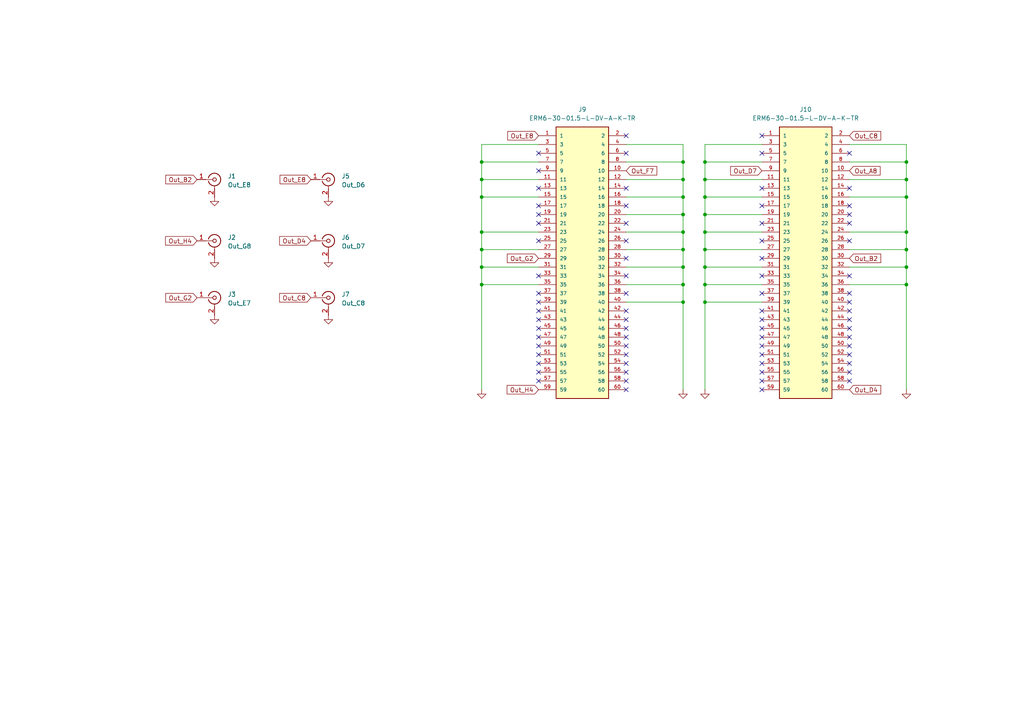
<source format=kicad_sch>
(kicad_sch (version 20250114) (generator "eeschema") (generator_version "9.0")
  (paper "A4")
  (title_block (title "FARICH SMA Adapter") (date "2025-05-15") (rev "0"))
  (lib_symbols
    (symbol "0_lib:ERM6-30-01.5-L-DV-A-K-TR" (pin_names (offset 1.016))
      (property "Reference" "J10" (at 0 43.18 0))
      (property "Value" "ERM6-30-01.5-L-DV-A-K-TR" (at 0 40.64 0))
      (symbol "ERM6-30-01.5-L-DV-A-K-TR_0_0"
        (rectangle (start -7.62 -40.64) (end 7.62 38.1) (stroke (width 0.254)) (fill (type background)))
        (pin passive line (at -12.7 22.86 0) (length 5.08) (name "11") (number "11"))
        (pin passive line (at -12.7 20.32 0) (length 5.08) (name "13") (number "13"))
        (pin passive line (at -12.7 17.78 0) (length 5.08) (name "15") (number "15"))
        (pin passive line (at -12.7 15.24 0) (length 5.08) (name "17") (number "17"))
        (pin passive line (at -12.7 12.7 0) (length 5.08) (name "19") (number "19"))
        (pin passive line (at -12.7 10.16 0) (length 5.08) (name "21") (number "21"))
        (pin passive line (at -12.7 7.62 0) (length 5.08) (name "23") (number "23"))
        (pin passive line (at -12.7 5.08 0) (length 5.08) (name "25") (number "25"))
        (pin passive line (at -12.7 2.54 0) (length 5.08) (name "27") (number "27"))
        (pin passive line (at -12.7 0 0) (length 5.08) (name "29") (number "29"))
        (pin passive line (at -12.7 -2.54 0) (length 5.08) (name "31") (number "31"))
        (pin passive line (at -12.7 -5.08 0) (length 5.08) (name "33") (number "33"))
        (pin passive line (at -12.7 -7.62 0) (length 5.08) (name "35") (number "35"))
        (pin passive line (at -12.7 -10.16 0) (length 5.08) (name "37") (number "37"))
        (pin passive line (at -12.7 -12.7 0) (length 5.08) (name "39") (number "39"))
        (pin passive line (at -12.7 -15.24 0) (length 5.08) (name "41") (number "41"))
        (pin passive line (at -12.7 -17.78 0) (length 5.08) (name "43") (number "43"))
        (pin passive line (at -12.7 -20.32 0) (length 5.08) (name "45") (number "45"))
        (pin passive line (at -12.7 -22.86 0) (length 5.08) (name "47") (number "47"))
        (pin passive line (at -12.7 -25.4 0) (length 5.08) (name "49") (number "49"))
        (pin passive line (at -12.7 -27.94 0) (length 5.08) (name "51") (number "51"))
        (pin passive line (at -12.7 -30.48 0) (length 5.08) (name "53") (number "53"))
        (pin passive line (at -12.7 -33.02 0) (length 5.08) (name "55") (number "55"))
        (pin passive line (at -12.7 -35.56 0) (length 5.08) (name "57") (number "57"))
        (pin passive line (at -12.7 -38.1 0) (length 5.08) (name "59") (number "59"))
        (pin passive line (at 12.7 25.4 180) (length 5.08) (name "10") (number "10"))
        (pin passive line (at 12.7 22.86 180) (length 5.08) (name "12") (number "12"))
        (pin passive line (at 12.7 20.32 180) (length 5.08) (name "14") (number "14"))
        (pin passive line (at 12.7 17.78 180) (length 5.08) (name "16") (number "16"))
        (pin passive line (at 12.7 15.24 180) (length 5.08) (name "18") (number "18"))
        (pin passive line (at 12.7 12.7 180) (length 5.08) (name "20") (number "20"))
        (pin passive line (at 12.7 10.16 180) (length 5.08) (name "22") (number "22"))
        (pin passive line (at 12.7 7.62 180) (length 5.08) (name "24") (number "24"))
        (pin passive line (at 12.7 5.08 180) (length 5.08) (name "26") (number "26"))
        (pin passive line (at 12.7 2.54 180) (length 5.08) (name "28") (number "28"))
        (pin passive line (at 12.7 0 180) (length 5.08) (name "30") (number "30"))
        (pin passive line (at 12.7 -2.54 180) (length 5.08) (name "32") (number "32"))
        (pin passive line (at 12.7 -5.08 180) (length 5.08) (name "34") (number "34"))
        (pin passive line (at 12.7 -7.62 180) (length 5.08) (name "36") (number "36"))
        (pin passive line (at 12.7 -10.16 180) (length 5.08) (name "38") (number "38"))
        (pin passive line (at 12.7 -12.7 180) (length 5.08) (name "40") (number "40"))
        (pin passive line (at 12.7 -15.24 180) (length 5.08) (name "42") (number "42"))
        (pin passive line (at 12.7 -17.78 180) (length 5.08) (name "44") (number "44"))
        (pin passive line (at 12.7 -20.32 180) (length 5.08) (name "46") (number "46"))
        (pin passive line (at 12.7 -22.86 180) (length 5.08) (name "48") (number "48"))
        (pin passive line (at 12.7 -25.4 180) (length 5.08) (name "50") (number "50"))
        (pin passive line (at 12.7 -27.94 180) (length 5.08) (name "52") (number "52"))
        (pin passive line (at 12.7 -30.48 180) (length 5.08) (name "54") (number "54"))
        (pin passive line (at 12.7 -33.02 180) (length 5.08) (name "56") (number "56"))
        (pin passive line (at 12.7 -35.56 180) (length 5.08) (name "58") (number "58"))
        (pin passive line (at 12.7 -38.1 180) (length 5.08) (name "60") (number "60"))
      )
      (symbol "ERM6-30-01.5-L-DV-A-K-TR_1_0"
        (pin passive line (at -12.7 35.56 0) (length 5.08) (name "1") (number "1"))
        (pin passive line (at -12.7 33.02 0) (length 5.08) (name "3") (number "3"))
        (pin passive line (at -12.7 30.48 0) (length 5.08) (name "5") (number "5"))
        (pin passive line (at -12.7 27.94 0) (length 5.08) (name "7") (number "7"))
        (pin passive line (at -12.7 25.4 0) (length 5.08) (name "9") (number "9"))
        (pin passive line (at 12.7 35.56 180) (length 5.08) (name "2") (number "2"))
        (pin passive line (at 12.7 33.02 180) (length 5.08) (name "4") (number "4"))
        (pin passive line (at 12.7 30.48 180) (length 5.08) (name "6") (number "6"))
        (pin passive line (at 12.7 27.94 180) (length 5.08) (name "8") (number "8"))
      )
    )
    (symbol "Connector:Conn_Coaxial" (pin_names (offset 1.016) (hide yes))
      (property "Reference" "J" (at 0.254 3.048 0))
      (property "Value" "Conn_Coaxial" (at 2.921 0 90))
      (symbol "Conn_Coaxial_0_1"
        (polyline (pts (xy -2.54 0) (xy -0.508 0)))
        (arc (start 1.778 0) (mid 0.222 -1.8079) (end -1.778 -0.508) (stroke (width 0.254)))
        (arc (start -1.778 0.508) (mid 0.2221 1.8084) (end 1.778 0) (stroke (width 0.254)))
        (circle (center 0 0) (radius 0.508) (stroke (width 0.2032)))
        (polyline (pts (xy 0 -2.54) (xy 0 -1.778)))
      )
      (symbol "Conn_Coaxial_1_1"
        (pin passive line (at -5.08 0 0) (length 2.54) (name "In") (number "1"))
        (pin passive line (at 0 -5.08 90) (length 2.54) (name "Ext") (number "2"))
      )
    )
    (symbol "ERM6-30-01.5-L-DV-A-K-TR_1" (pin_names (offset 1.016))
      (property "Reference" "J9" (at 0 43.18 0))
      (property "Value" "ERM6-30-01.5-L-DV-A-K-TR" (at 0 40.64 0))
      (symbol "ERM6-30-01.5-L-DV-A-K-TR_1_0_0"
        (rectangle (start -7.62 -40.64) (end 7.62 38.1) (stroke (width 0.254)) (fill (type background)))
        (pin passive line (at -12.7 22.86 0) (length 5.08) (name "11") (number "11"))
        (pin passive line (at -12.7 20.32 0) (length 5.08) (name "13") (number "13"))
        (pin passive line (at -12.7 17.78 0) (length 5.08) (name "15") (number "15"))
        (pin passive line (at -12.7 15.24 0) (length 5.08) (name "17") (number "17"))
        (pin passive line (at -12.7 12.7 0) (length 5.08) (name "19") (number "19"))
        (pin passive line (at -12.7 10.16 0) (length 5.08) (name "21") (number "21"))
        (pin passive line (at -12.7 7.62 0) (length 5.08) (name "23") (number "23"))
        (pin passive line (at -12.7 5.08 0) (length 5.08) (name "25") (number "25"))
        (pin passive line (at -12.7 2.54 0) (length 5.08) (name "27") (number "27"))
        (pin passive line (at -12.7 0 0) (length 5.08) (name "29") (number "29"))
        (pin passive line (at -12.7 -2.54 0) (length 5.08) (name "31") (number "31"))
        (pin passive line (at -12.7 -5.08 0) (length 5.08) (name "33") (number "33"))
        (pin passive line (at -12.7 -7.62 0) (length 5.08) (name "35") (number "35"))
        (pin passive line (at -12.7 -10.16 0) (length 5.08) (name "37") (number "37"))
        (pin passive line (at -12.7 -12.7 0) (length 5.08) (name "39") (number "39"))
        (pin passive line (at -12.7 -15.24 0) (length 5.08) (name "41") (number "41"))
        (pin passive line (at -12.7 -17.78 0) (length 5.08) (name "43") (number "43"))
        (pin passive line (at -12.7 -20.32 0) (length 5.08) (name "45") (number "45"))
        (pin passive line (at -12.7 -22.86 0) (length 5.08) (name "47") (number "47"))
        (pin passive line (at -12.7 -25.4 0) (length 5.08) (name "49") (number "49"))
        (pin passive line (at -12.7 -27.94 0) (length 5.08) (name "51") (number "51"))
        (pin passive line (at -12.7 -30.48 0) (length 5.08) (name "53") (number "53"))
        (pin passive line (at -12.7 -33.02 0) (length 5.08) (name "55") (number "55"))
        (pin passive line (at -12.7 -35.56 0) (length 5.08) (name "57") (number "57"))
        (pin passive line (at -12.7 -38.1 0) (length 5.08) (name "59") (number "59"))
        (pin passive line (at 12.7 25.4 180) (length 5.08) (name "10") (number "10"))
        (pin passive line (at 12.7 22.86 180) (length 5.08) (name "12") (number "12"))
        (pin passive line (at 12.7 20.32 180) (length 5.08) (name "14") (number "14"))
        (pin passive line (at 12.7 17.78 180) (length 5.08) (name "16") (number "16"))
        (pin passive line (at 12.7 15.24 180) (length 5.08) (name "18") (number "18"))
        (pin passive line (at 12.7 12.7 180) (length 5.08) (name "20") (number "20"))
        (pin passive line (at 12.7 10.16 180) (length 5.08) (name "22") (number "22"))
        (pin passive line (at 12.7 7.62 180) (length 5.08) (name "24") (number "24"))
        (pin passive line (at 12.7 5.08 180) (length 5.08) (name "26") (number "26"))
        (pin passive line (at 12.7 2.54 180) (length 5.08) (name "28") (number "28"))
        (pin passive line (at 12.7 0 180) (length 5.08) (name "30") (number "30"))
        (pin passive line (at 12.7 -2.54 180) (length 5.08) (name "32") (number "32"))
        (pin passive line (at 12.7 -5.08 180) (length 5.08) (name "34") (number "34"))
        (pin passive line (at 12.7 -7.62 180) (length 5.08) (name "36") (number "36"))
        (pin passive line (at 12.7 -10.16 180) (length 5.08) (name "38") (number "38"))
        (pin passive line (at 12.7 -12.7 180) (length 5.08) (name "40") (number "40"))
        (pin passive line (at 12.7 -15.24 180) (length 5.08) (name "42") (number "42"))
        (pin passive line (at 12.7 -17.78 180) (length 5.08) (name "44") (number "44"))
        (pin passive line (at 12.7 -20.32 180) (length 5.08) (name "46") (number "46"))
        (pin passive line (at 12.7 -22.86 180) (length 5.08) (name "48") (number "48"))
        (pin passive line (at 12.7 -25.4 180) (length 5.08) (name "50") (number "50"))
        (pin passive line (at 12.7 -27.94 180) (length 5.08) (name "52") (number "52"))
        (pin passive line (at 12.7 -30.48 180) (length 5.08) (name "54") (number "54"))
        (pin passive line (at 12.7 -33.02 180) (length 5.08) (name "56") (number "56"))
        (pin passive line (at 12.7 -35.56 180) (length 5.08) (name "58") (number "58"))
        (pin passive line (at 12.7 -38.1 180) (length 5.08) (name "60") (number "60"))
      )
      (symbol "ERM6-30-01.5-L-DV-A-K-TR_1_1_0"
        (pin passive line (at -12.7 35.56 0) (length 5.08) (name "1") (number "1"))
        (pin passive line (at -12.7 33.02 0) (length 5.08) (name "3") (number "3"))
        (pin passive line (at -12.7 30.48 0) (length 5.08) (name "5") (number "5"))
        (pin passive line (at -12.7 27.94 0) (length 5.08) (name "7") (number "7"))
        (pin passive line (at -12.7 25.4 0) (length 5.08) (name "9") (number "9"))
        (pin passive line (at 12.7 35.56 180) (length 5.08) (name "2") (number "2"))
        (pin passive line (at 12.7 33.02 180) (length 5.08) (name "4") (number "4"))
        (pin passive line (at 12.7 30.48 180) (length 5.08) (name "6") (number "6"))
        (pin passive line (at 12.7 27.94 180) (length 5.08) (name "8") (number "8"))
      )
    )
    (symbol "power:GND" (power) (pin_numbers (hide yes)) (pin_names (offset 0) (hide yes))
      (property "Value" "GND" (at 0 -3.81 0))
      (symbol "GND_0_1"
        (polyline (pts (xy 0 0) (xy 0 -1.27) (xy 1.27 -1.27) (xy 0 -2.54) (xy -1.27 -1.27) (xy 0 -1.27)))
      )
      (symbol "GND_1_1"
        (pin power_in line (at 0 0 270) (length 0) (name "~") (number "1"))
      )
    )
  )
  (junction (at 204.47 52.07))
  (junction (at 139.7 52.07))
  (junction (at 198.12 52.07))
  (junction (at 204.47 77.47))
  (junction (at 262.89 57.15))
  (junction (at 262.89 72.39))
  (junction (at 198.12 57.15))
  (junction (at 198.12 82.55))
  (junction (at 198.12 46.99))
  (junction (at 139.7 77.47))
  (junction (at 204.47 62.23))
  (junction (at 139.7 57.15))
  (junction (at 262.89 46.99))
  (junction (at 204.47 72.39))
  (junction (at 262.89 77.47))
  (junction (at 262.89 52.07))
  (junction (at 204.47 67.31))
  (junction (at 204.47 57.15))
  (junction (at 204.47 82.55))
  (junction (at 139.7 72.39))
  (junction (at 139.7 82.55))
  (junction (at 198.12 67.31))
  (junction (at 198.12 77.47))
  (junction (at 198.12 62.23))
  (junction (at 198.12 87.63))
  (junction (at 262.89 82.55))
  (junction (at 139.7 46.99))
  (junction (at 139.7 67.31))
  (junction (at 262.89 67.31))
  (junction (at 204.47 46.99))
  (junction (at 204.47 87.63))
  (junction (at 198.12 72.39))
  (no_connect (at 220.98 90.17))
  (no_connect (at 246.38 54.61))
  (no_connect (at 156.21 110.49))
  (no_connect (at 246.38 69.85))
  (no_connect (at 181.61 69.85))
  (no_connect (at 156.21 87.63))
  (no_connect (at 181.61 39.37))
  (no_connect (at 181.61 92.71))
  (no_connect (at 156.21 107.95))
  (no_connect (at 156.21 64.77))
  (no_connect (at 246.38 62.23))
  (no_connect (at 246.38 90.17))
  (no_connect (at 246.38 97.79))
  (no_connect (at 246.38 105.41))
  (no_connect (at 220.98 69.85))
  (no_connect (at 246.38 85.09))
  (no_connect (at 156.21 92.71))
  (no_connect (at 220.98 105.41))
  (no_connect (at 156.21 100.33))
  (no_connect (at 156.21 69.85))
  (no_connect (at 181.61 100.33))
  (no_connect (at 246.38 44.45))
  (no_connect (at 246.38 87.63))
  (no_connect (at 220.98 95.25))
  (no_connect (at 181.61 102.87))
  (no_connect (at 181.61 105.41))
  (no_connect (at 181.61 95.25))
  (no_connect (at 181.61 64.77))
  (no_connect (at 246.38 64.77))
  (no_connect (at 220.98 74.93))
  (no_connect (at 156.21 44.45))
  (no_connect (at 220.98 100.33))
  (no_connect (at 156.21 80.01))
  (no_connect (at 181.61 85.09))
  (no_connect (at 156.21 85.09))
  (no_connect (at 220.98 80.01))
  (no_connect (at 156.21 102.87))
  (no_connect (at 220.98 64.77))
  (no_connect (at 181.61 74.93))
  (no_connect (at 220.98 102.87))
  (no_connect (at 156.21 62.23))
  (no_connect (at 220.98 113.03))
  (no_connect (at 220.98 97.79))
  (no_connect (at 181.61 107.95))
  (no_connect (at 220.98 110.49))
  (no_connect (at 156.21 97.79))
  (no_connect (at 220.98 92.71))
  (no_connect (at 156.21 59.69))
  (no_connect (at 220.98 39.37))
  (no_connect (at 246.38 107.95))
  (no_connect (at 246.38 95.25))
  (no_connect (at 220.98 107.95))
  (no_connect (at 220.98 85.09))
  (no_connect (at 156.21 49.53))
  (no_connect (at 181.61 97.79))
  (no_connect (at 246.38 110.49))
  (no_connect (at 156.21 95.25))
  (no_connect (at 181.61 80.01))
  (no_connect (at 181.61 44.45))
  (no_connect (at 181.61 90.17))
  (no_connect (at 246.38 102.87))
  (no_connect (at 181.61 59.69))
  (no_connect (at 220.98 54.61))
  (no_connect (at 246.38 59.69))
  (no_connect (at 220.98 59.69))
  (no_connect (at 181.61 113.03))
  (no_connect (at 181.61 110.49))
  (no_connect (at 156.21 90.17))
  (no_connect (at 220.98 44.45))
  (no_connect (at 246.38 80.01))
  (no_connect (at 181.61 54.61))
  (no_connect (at 246.38 100.33))
  (no_connect (at 246.38 92.71))
  (no_connect (at 156.21 105.41))
  (no_connect (at 156.21 54.61))
  (wire (pts (xy 181.61 41.91) (xy 198.12 41.91)))
  (wire (pts (xy 246.38 41.91) (xy 262.89 41.91)))
  (wire (pts (xy 139.7 67.31) (xy 139.7 72.39)))
  (wire (pts (xy 262.89 52.07) (xy 246.38 52.07)))
  (wire (pts (xy 220.98 52.07) (xy 204.47 52.07)))
  (wire (pts (xy 246.38 72.39) (xy 262.89 72.39)))
  (wire (pts (xy 262.89 72.39) (xy 262.89 77.47)))
  (wire (pts (xy 139.7 77.47) (xy 139.7 82.55)))
  (wire (pts (xy 204.47 57.15) (xy 204.47 62.23)))
  (wire (pts (xy 204.47 41.91) (xy 204.47 46.99)))
  (wire (pts (xy 262.89 67.31) (xy 262.89 72.39)))
  (wire (pts (xy 181.61 82.55) (xy 198.12 82.55)))
  (wire (pts (xy 204.47 52.07) (xy 204.47 57.15)))
  (wire (pts (xy 198.12 82.55) (xy 198.12 87.63)))
  (wire (pts (xy 181.61 72.39) (xy 198.12 72.39)))
  (wire (pts (xy 139.7 46.99) (xy 139.7 52.07)))
  (wire (pts (xy 204.47 82.55) (xy 204.47 87.63)))
  (wire (pts (xy 198.12 52.07) (xy 198.12 57.15)))
  (wire (pts (xy 139.7 52.07) (xy 156.21 52.07)))
  (wire (pts (xy 262.89 77.47) (xy 262.89 82.55)))
  (wire (pts (xy 198.12 62.23) (xy 198.12 67.31)))
  (wire (pts (xy 220.98 57.15) (xy 204.47 57.15)))
  (wire (pts (xy 139.7 41.91) (xy 139.7 46.99)))
  (wire (pts (xy 204.47 46.99) (xy 204.47 52.07)))
  (wire (pts (xy 181.61 62.23) (xy 198.12 62.23)))
  (wire (pts (xy 156.21 41.91) (xy 139.7 41.91)))
  (wire (pts (xy 198.12 46.99) (xy 198.12 52.07)))
  (wire (pts (xy 262.89 57.15) (xy 262.89 67.31)))
  (wire (pts (xy 262.89 52.07) (xy 262.89 57.15)))
  (wire (pts (xy 204.47 77.47) (xy 204.47 82.55)))
  (wire (pts (xy 181.61 52.07) (xy 198.12 52.07)))
  (wire (pts (xy 220.98 82.55) (xy 204.47 82.55)))
  (wire (pts (xy 198.12 41.91) (xy 198.12 46.99)))
  (wire (pts (xy 204.47 87.63) (xy 204.47 113.03)))
  (wire (pts (xy 220.98 62.23) (xy 204.47 62.23)))
  (wire (pts (xy 139.7 67.31) (xy 156.21 67.31)))
  (wire (pts (xy 204.47 62.23) (xy 204.47 67.31)))
  (wire (pts (xy 204.47 72.39) (xy 204.47 77.47)))
  (wire (pts (xy 220.98 41.91) (xy 204.47 41.91)))
  (wire (pts (xy 198.12 67.31) (xy 198.12 72.39)))
  (wire (pts (xy 156.21 72.39) (xy 139.7 72.39)))
  (wire (pts (xy 139.7 77.47) (xy 156.21 77.47)))
  (wire (pts (xy 262.89 77.47) (xy 246.38 77.47)))
  (wire (pts (xy 139.7 82.55) (xy 139.7 113.03)))
  (wire (pts (xy 262.89 82.55) (xy 246.38 82.55)))
  (wire (pts (xy 220.98 72.39) (xy 204.47 72.39)))
  (wire (pts (xy 198.12 57.15) (xy 198.12 62.23)))
  (wire (pts (xy 220.98 46.99) (xy 204.47 46.99)))
  (wire (pts (xy 139.7 52.07) (xy 139.7 57.15)))
  (wire (pts (xy 139.7 46.99) (xy 156.21 46.99)))
  (wire (pts (xy 262.89 57.15) (xy 246.38 57.15)))
  (wire (pts (xy 204.47 67.31) (xy 204.47 72.39)))
  (wire (pts (xy 181.61 46.99) (xy 198.12 46.99)))
  (wire (pts (xy 220.98 87.63) (xy 204.47 87.63)))
  (wire (pts (xy 181.61 57.15) (xy 198.12 57.15)))
  (wire (pts (xy 220.98 67.31) (xy 204.47 67.31)))
  (wire (pts (xy 181.61 87.63) (xy 198.12 87.63)))
  (wire (pts (xy 220.98 77.47) (xy 204.47 77.47)))
  (wire (pts (xy 198.12 87.63) (xy 198.12 113.03)))
  (wire (pts (xy 262.89 82.55) (xy 262.89 113.03)))
  (wire (pts (xy 262.89 67.31) (xy 246.38 67.31)))
  (wire (pts (xy 181.61 67.31) (xy 198.12 67.31)))
  (wire (pts (xy 139.7 57.15) (xy 139.7 67.31)))
  (wire (pts (xy 139.7 72.39) (xy 139.7 77.47)))
  (wire (pts (xy 262.89 46.99) (xy 246.38 46.99)))
  (wire (pts (xy 139.7 82.55) (xy 156.21 82.55)))
  (wire (pts (xy 198.12 77.47) (xy 198.12 82.55)))
  (wire (pts (xy 262.89 41.91) (xy 262.89 46.99)))
  (wire (pts (xy 139.7 57.15) (xy 156.21 57.15)))
  (wire (pts (xy 198.12 72.39) (xy 198.12 77.47)))
  (wire (pts (xy 262.89 46.99) (xy 262.89 52.07)))
  (wire (pts (xy 181.61 77.47) (xy 198.12 77.47)))
  (global_label "Out_A8" (shape input) (at 246.38 49.53 0) (property "Intersheetrefs" "${INTERSHEET_REFS}" (effects (hide yes))))
  (global_label "Out_H4" (shape input) (at 57.15 69.85 180) (property "Intersheetrefs" "${INTERSHEET_REFS}" (effects (hide yes))))
  (global_label "Out_C8" (shape input) (at 246.38 39.37 0) (property "Intersheetrefs" "${INTERSHEET_REFS}" (effects (hide yes))))
  (global_label "Out_C8" (shape input) (at 90.17 86.36 180) (property "Intersheetrefs" "${INTERSHEET_REFS}" (effects (hide yes))))
  (global_label "Out_B2" (shape input) (at 57.15 52.07 180) (property "Intersheetrefs" "${INTERSHEET_REFS}" (effects (hide yes))))
  (global_label "Out_D7" (shape input) (at 220.98 49.53 180) (property "Intersheetrefs" "${INTERSHEET_REFS}" (effects (hide yes))))
  (global_label "Out_F7" (shape input) (at 181.61 49.53 0) (property "Intersheetrefs" "${INTERSHEET_REFS}" (effects (hide yes))))
  (global_label "Out_D4" (shape input) (at 90.17 69.85 180) (property "Intersheetrefs" "${INTERSHEET_REFS}" (effects (hide yes))))
  (global_label "Out_H4" (shape input) (at 156.21 113.03 180) (property "Intersheetrefs" "${INTERSHEET_REFS}" (effects (hide yes))))
  (global_label "Out_G2" (shape input) (at 57.15 86.36 180) (property "Intersheetrefs" "${INTERSHEET_REFS}" (effects (hide yes))))
  (global_label "Out_B2" (shape input) (at 246.38 74.93 0) (property "Intersheetrefs" "${INTERSHEET_REFS}" (effects (hide yes))))
  (global_label "Out_E8" (shape input) (at 90.17 52.07 180) (property "Intersheetrefs" "${INTERSHEET_REFS}" (effects (hide yes))))
  (global_label "Out_G2" (shape input) (at 156.21 74.93 180) (property "Intersheetrefs" "${INTERSHEET_REFS}" (effects (hide yes))))
  (global_label "Out_E8" (shape input) (at 156.21 39.37 180) (property "Intersheetrefs" "${INTERSHEET_REFS}" (effects (hide yes))))
  (global_label "Out_D4" (shape input) (at 246.38 113.03 0) (property "Intersheetrefs" "${INTERSHEET_REFS}" (effects (hide yes))))
  (symbol (lib_id "power:GND") (at 139.7 113.03 0) (unit 1)
    (property "Reference" "#PWR09" (effects (hide yes)))
    (property "Value" "GND" (effects (hide yes)))
    (property "Description" "Power symbol creates a global label with name \"GND\" , ground" (effects (hide yes)))
  )
  (symbol (lib_id "Connector:Conn_Coaxial") (at 95.25 69.85 0) (unit 1)
    (property "Reference" "J6" (at 99.06 68.8731 0) (effects (justify left)))
    (property "Value" "Out_D7" (at 99.06 71.4131 0) (effects (justify left)))
    (property "Footprint" "Connector_Coaxial:SMA_Amphenol_132134-11_Vertical" (effects (hide yes)))
    (property "Description" "coaxial connector (BNC, SMA, SMB, SMC, Cinch/RCA, LEMO, ...)" (effects (hide yes)))
  )
  (symbol (lib_id "power:GND") (at 262.89 113.03 0) (mirror y) (unit 1)
    (property "Reference" "#PWR011" (effects (hide yes)))
    (property "Value" "GND" (effects (hide yes)))
    (property "Description" "Power symbol creates a global label with name \"GND\" , ground" (effects (hide yes)))
  )
  (symbol (lib_id "Connector:Conn_Coaxial") (at 95.25 86.36 0) (unit 1)
    (property "Reference" "J7" (at 99.06 85.3831 0) (effects (justify left)))
    (property "Value" "Out_C8" (at 99.06 87.9231 0) (effects (justify left)))
    (property "Footprint" "Connector_Coaxial:SMA_Amphenol_132134-11_Vertical" (effects (hide yes)))
    (property "Description" "coaxial connector (BNC, SMA, SMB, SMC, Cinch/RCA, LEMO, ...)" (effects (hide yes)))
  )
  (symbol (lib_id "Connector:Conn_Coaxial") (at 95.25 52.07 0) (unit 1)
    (property "Reference" "J5" (at 99.06 51.0931 0) (effects (justify left)))
    (property "Value" "Out_D6" (at 99.06 53.6331 0) (effects (justify left)))
    (property "Footprint" "Connector_Coaxial:SMA_Amphenol_132134-11_Vertical" (effects (hide yes)))
    (property "Description" "coaxial connector (BNC, SMA, SMB, SMC, Cinch/RCA, LEMO, ...)" (effects (hide yes)))
  )
  (symbol (lib_id "0_lib:ERM6-30-01.5-L-DV-A-K-TR") (at 233.68 74.93 0) (unit 1)
    (property "Reference" "J10" (at 233.68 31.75 0))
    (property "Value" "ERM6-30-01.5-L-DV-A-K-TR" (at 233.68 34.29 0))
    (property "Footprint" "0_lib:SAMTEC_ERM6-30-01.5-L-DV-A-K-TR" (effects (hide yes)))
    (property "MF" "Samtec" (effects (hide yes)))
    (property "MAXIMUM_PACKAGE_HEIGHT" "3.98mm" (effects (hide yes)))
    (property "Package" "None" (effects (hide yes)))
    (property "Price" "None" (effects (hide yes)))
    (property "Check_prices" "https://www.snapeda.com/parts/ERM6-30-01.5-L-DV-A-K-TR/Samtec/view-part/?ref=eda" (effects (hide yes)))
    (property "STANDARD" "Manufacturer Recommendations" (effects (hide yes)))
    (property "PARTREV" "C" (effects (hide yes)))
    (property "SnapEDA_Link" "https://www.snapeda.com/parts/ERM6-30-01.5-L-DV-A-K-TR/Samtec/view-part/?ref=snap" (effects (hide yes)))
    (property "MP" "ERM6-30-01.5-L-DV-A-K-TR" (effects (hide yes)))
    (property "Description_1" "60 Position Connector Header, Center Strip Contacts Surface Mount Gold" (effects (hide yes)))
    (property "Availability" "In Stock" (effects (hide yes)))
    (property "MANUFACTURER" "Samtec" (effects (hide yes)))
  )
  (symbol (lib_id "power:GND") (at 95.25 74.93 0) (unit 1)
    (property "Reference" "#PWR06" (effects (hide yes)))
    (property "Value" "GND" (effects (hide yes)))
    (property "Description" "Power symbol creates a global label with name \"GND\" , ground" (effects (hide yes)))
  )
  (symbol (lib_id "Connector:Conn_Coaxial") (at 62.23 69.85 0) (unit 1)
    (property "Reference" "J2" (at 66.04 68.8731 0) (effects (justify left)))
    (property "Value" "Out_G8" (at 66.04 71.4131 0) (effects (justify left)))
    (property "Footprint" "Connector_Coaxial:SMA_Amphenol_132134-11_Vertical" (effects (hide yes)))
    (property "Description" "coaxial connector (BNC, SMA, SMB, SMC, Cinch/RCA, LEMO, ...)" (effects (hide yes)))
  )
  (symbol (lib_id "power:GND") (at 204.47 113.03 0) (mirror y) (unit 1)
    (property "Reference" "#PWR012" (effects (hide yes)))
    (property "Value" "GND" (effects (hide yes)))
    (property "Description" "Power symbol creates a global label with name \"GND\" , ground" (effects (hide yes)))
  )
  (symbol (lib_id "power:GND") (at 62.23 91.44 0) (unit 1)
    (property "Reference" "#PWR03" (effects (hide yes)))
    (property "Value" "GND" (effects (hide yes)))
    (property "Description" "Power symbol creates a global label with name \"GND\" , ground" (effects (hide yes)))
  )
  (symbol (lib_name "ERM6-30-01.5-L-DV-A-K-TR_1") (lib_id "0_lib:ERM6-30-01.5-L-DV-A-K-TR") (at 168.91 74.93 0) (unit 1)
    (property "Reference" "J9" (at 168.91 31.75 0))
    (property "Value" "ERM6-30-01.5-L-DV-A-K-TR" (at 168.91 34.29 0))
    (property "Footprint" "0_lib:SAMTEC_ERM6-30-01.5-L-DV-A-K-TR" (effects (hide yes)))
    (property "MF" "Samtec" (effects (hide yes)))
    (property "MAXIMUM_PACKAGE_HEIGHT" "3.98mm" (effects (hide yes)))
    (property "Package" "None" (effects (hide yes)))
    (property "Price" "None" (effects (hide yes)))
    (property "Check_prices" "https://www.snapeda.com/parts/ERM6-30-01.5-L-DV-A-K-TR/Samtec/view-part/?ref=eda" (effects (hide yes)))
    (property "STANDARD" "Manufacturer Recommendations" (effects (hide yes)))
    (property "PARTREV" "C" (effects (hide yes)))
    (property "SnapEDA_Link" "https://www.snapeda.com/parts/ERM6-30-01.5-L-DV-A-K-TR/Samtec/view-part/?ref=snap" (effects (hide yes)))
    (property "MP" "ERM6-30-01.5-L-DV-A-K-TR" (effects (hide yes)))
    (property "Description_1" "60 Position Connector Header, Center Strip Contacts Surface Mount Gold" (effects (hide yes)))
    (property "Availability" "In Stock" (effects (hide yes)))
    (property "MANUFACTURER" "Samtec" (effects (hide yes)))
  )
  (symbol (lib_id "power:GND") (at 95.25 57.15 0) (unit 1)
    (property "Reference" "#PWR05" (effects (hide yes)))
    (property "Value" "GND" (effects (hide yes)))
    (property "Description" "Power symbol creates a global label with name \"GND\" , ground" (effects (hide yes)))
  )
  (symbol (lib_id "power:GND") (at 62.23 57.15 0) (unit 1)
    (property "Reference" "#PWR01" (effects (hide yes)))
    (property "Value" "GND" (effects (hide yes)))
    (property "Description" "Power symbol creates a global label with name \"GND\" , ground" (effects (hide yes)))
  )
  (symbol (lib_id "power:GND") (at 198.12 113.03 0) (unit 1)
    (property "Reference" "#PWR010" (effects (hide yes)))
    (property "Value" "GND" (effects (hide yes)))
    (property "Description" "Power symbol creates a global label with name \"GND\" , ground" (effects (hide yes)))
  )
  (symbol (lib_id "Connector:Conn_Coaxial") (at 62.23 52.07 0) (unit 1)
    (property "Reference" "J1" (at 66.04 51.0931 0) (effects (justify left)))
    (property "Value" "Out_E8" (at 66.04 53.6331 0) (effects (justify left)))
    (property "Footprint" "Connector_Coaxial:SMA_Amphenol_132134-11_Vertical" (effects (hide yes)))
    (property "Description" "coaxial connector (BNC, SMA, SMB, SMC, Cinch/RCA, LEMO, ...)" (effects (hide yes)))
  )
  (symbol (lib_id "Connector:Conn_Coaxial") (at 62.23 86.36 0) (unit 1)
    (property "Reference" "J3" (at 66.04 85.3831 0) (effects (justify left)))
    (property "Value" "Out_E7" (at 66.04 87.9231 0) (effects (justify left)))
    (property "Footprint" "Connector_Coaxial:SMA_Amphenol_132134-11_Vertical" (effects (hide yes)))
    (property "Description" "coaxial connector (BNC, SMA, SMB, SMC, Cinch/RCA, LEMO, ...)" (effects (hide yes)))
  )
  (symbol (lib_id "power:GND") (at 62.23 74.93 0) (unit 1)
    (property "Reference" "#PWR02" (effects (hide yes)))
    (property "Value" "GND" (effects (hide yes)))
    (property "Description" "Power symbol creates a global label with name \"GND\" , ground" (effects (hide yes)))
  )
  (symbol (lib_id "power:GND") (at 95.25 91.44 0) (unit 1)
    (property "Reference" "#PWR07" (effects (hide yes)))
    (property "Value" "GND" (effects (hide yes)))
    (property "Description" "Power symbol creates a global label with name \"GND\" , ground" (effects (hide yes)))
  )
)
</source>
